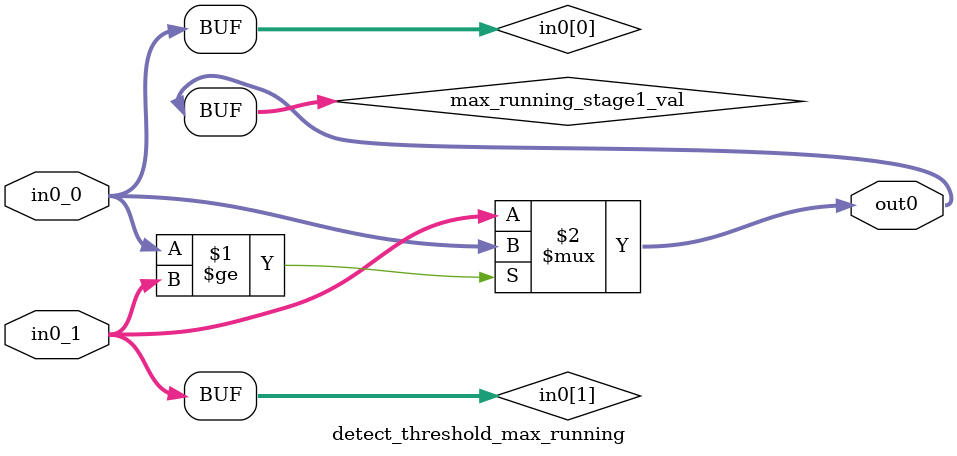
<source format=v>



`timescale 1 ns / 1 ns

module detect_threshold_max_running
          (
           in0_0,
           in0_1,
           out0
          );


  input   signed [15:0] in0_0;  // int16
  input   signed [15:0] in0_1;  // int16
  output  signed [15:0] out0;  // int16


  wire signed [15:0] in0 [0:1];  // int16 [2]
  wire signed [15:0] max_running_stage1_val;  // int16


  assign in0[0] = in0_0;
  assign in0[1] = in0_1;

  // ---- Tree max implementation ----
  // ---- Tree max stage 1 ----
  assign max_running_stage1_val = (in0[0] >= in0[1] ? in0[0] :
              in0[1]);



  assign out0 = max_running_stage1_val;

endmodule  // detect_threshold_max_running


</source>
